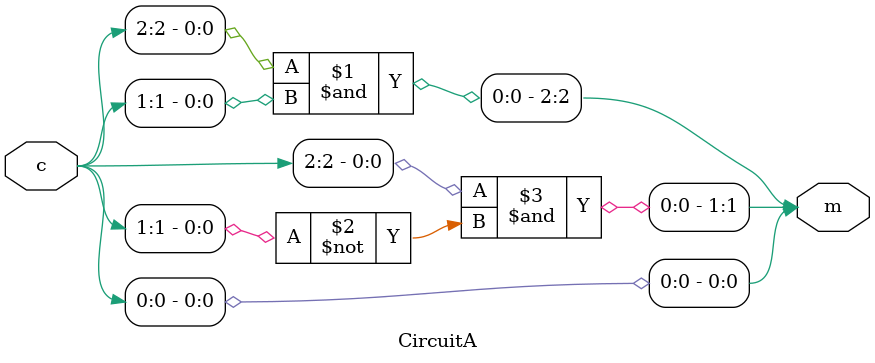
<source format=v>
module CircuitA(c,m);
input [2:0] c;
output [2:0] m; 
assign m[2] = c[2] & c[1];
assign m[1] = c[2] & ~c[1];
assign m[0] = c[0];
endmodule 
</source>
